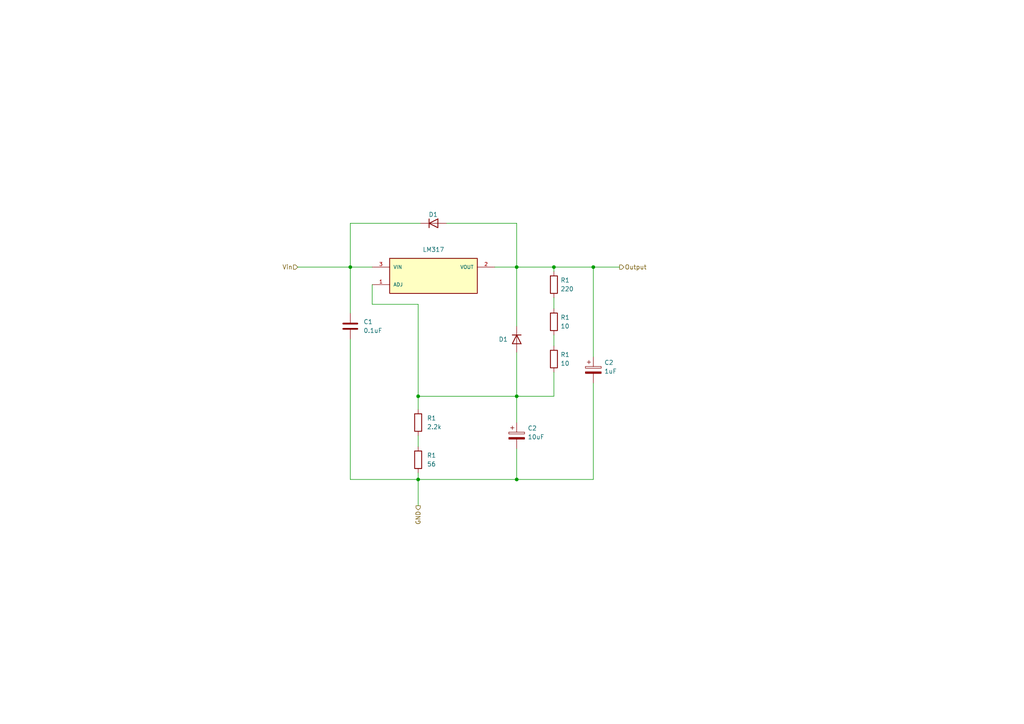
<source format=kicad_sch>
(kicad_sch (version 20230121) (generator eeschema)
  (paper "A4")
  (title_block (title "Voltage Regulator") (date "2023-12-04") (rev "3") (company "LAMP Lab") (comment 1 "Josue Cavazos Jr."))
  (lib_symbols
    (symbol "Device:C" (pin_numbers hide) (pin_names (offset 0.254))
      (property "Reference" "C" (at 0.635 2.54 0))
      (property "Value" "C" (at 0.635 -2.54 0))
      (symbol "C_0_1"
        (polyline (pts (xy -2.032 -0.762) (xy 2.032 -0.762)) (stroke (width 0.508)))
        (polyline (pts (xy -2.032 0.762) (xy 2.032 0.762)) (stroke (width 0.508)))
      )
      (symbol "C_1_1"
        (pin passive line (at 0 3.81 270) (length 2.794) (name "~") (number "1"))
        (pin passive line (at 0 -3.81 90) (length 2.794) (name "~") (number "2"))
      )
    )
    (symbol "Device:C_Polarized" (pin_numbers hide) (pin_names (offset 0.254))
      (property "Reference" "C" (at 0.635 2.54 0))
      (property "Value" "C_Polarized" (at 0.635 -2.54 0))
      (symbol "C_Polarized_0_1"
        (rectangle (start -2.286 0.508) (end 2.286 1.016))
        (polyline (pts (xy -1.778 2.286) (xy -0.762 2.286)))
        (polyline (pts (xy -1.27 2.794) (xy -1.27 1.778)))
        (rectangle (start 2.286 -0.508) (end -2.286 -1.016) (fill (type outline)))
      )
      (symbol "C_Polarized_1_1"
        (pin passive line (at 0 3.81 270) (length 2.794) (name "~") (number "1"))
        (pin passive line (at 0 -3.81 90) (length 2.794) (name "~") (number "2"))
      )
    )
    (symbol "Device:R" (pin_numbers hide) (pin_names (offset 0))
      (property "Reference" "R" (at 2.032 0 90))
      (property "Value" "R" (at 0 0 90))
      (symbol "R_0_1"
        (rectangle (start -1.016 -2.54) (end 1.016 2.54) (stroke (width 0.254)))
      )
      (symbol "R_1_1"
        (pin passive line (at 0 3.81 270) (length 1.27) (name "~") (number "1"))
        (pin passive line (at 0 -3.81 90) (length 1.27) (name "~") (number "2"))
      )
    )
    (symbol "Diode:1N4001" (pin_numbers hide) (pin_names hide)
      (property "Reference" "D" (at 0 2.54 0))
      (property "Value" "1N4001" (at 0 -2.54 0))
      (symbol "1N4001_0_1"
        (polyline (pts (xy -1.27 1.27) (xy -1.27 -1.27)) (stroke (width 0.254)))
        (polyline (pts (xy 1.27 0) (xy -1.27 0)))
        (polyline (pts (xy 1.27 1.27) (xy 1.27 -1.27) (xy -1.27 0) (xy 1.27 1.27)) (stroke (width 0.254)))
      )
      (symbol "1N4001_1_1"
        (pin passive line (at -3.81 0 0) (length 2.54) (name "K") (number "1"))
        (pin passive line (at 3.81 0 180) (length 2.54) (name "A") (number "2"))
      )
    )
    (symbol "LM317THT:LM317T_NOPB" (pin_names (offset 1.016))
      (property "Reference" "VR" (at -12.7 5.842 0))
      (property "Value" "LM317T_NOPB" (at -12.7 -5.842 0))
      (symbol "LM317T_NOPB_0_0"
        (rectangle (start -12.7 -5.08) (end 12.7 5.08) (stroke (width 0.254)) (fill (type background)))
        (pin passive line (at -17.78 -2.54 0) (length 5.08) (name "ADJ") (number "1"))
        (pin output line (at 17.78 2.54 180) (length 5.08) (name "VOUT") (number "2"))
        (pin input line (at -17.78 2.54 0) (length 5.08) (name "VIN") (number "3"))
      )
    )
  )
  (junction (at 149.86 77.47))
  (junction (at 121.285 139.065))
  (junction (at 101.6 77.47))
  (junction (at 172.085 77.47))
  (junction (at 121.285 114.935))
  (junction (at 149.86 139.065))
  (junction (at 160.655 77.47))
  (junction (at 149.86 114.935))
  (wire (pts (xy 160.655 114.935) (xy 149.86 114.935)))
  (wire (pts (xy 121.285 114.935) (xy 149.86 114.935)))
  (wire (pts (xy 172.085 139.065) (xy 149.86 139.065)))
  (wire (pts (xy 101.6 64.77) (xy 101.6 77.47)))
  (wire (pts (xy 101.6 77.47) (xy 107.95 77.47)))
  (wire (pts (xy 107.95 82.55) (xy 107.95 88.265)))
  (wire (pts (xy 160.655 77.47) (xy 172.085 77.47)))
  (wire (pts (xy 121.285 126.365) (xy 121.285 129.54)))
  (wire (pts (xy 101.6 77.47) (xy 101.6 90.805)))
  (wire (pts (xy 179.705 77.47) (xy 172.085 77.47)))
  (wire (pts (xy 149.86 77.47) (xy 149.86 94.615)))
  (wire (pts (xy 107.95 88.265) (xy 121.285 88.265)))
  (wire (pts (xy 149.86 139.065) (xy 149.86 130.175)))
  (wire (pts (xy 160.655 107.95) (xy 160.655 114.935)))
  (wire (pts (xy 101.6 98.425) (xy 101.6 139.065)))
  (wire (pts (xy 121.285 118.745) (xy 121.285 114.935)))
  (wire (pts (xy 149.86 102.235) (xy 149.86 114.935)))
  (wire (pts (xy 86.36 77.47) (xy 101.6 77.47)))
  (wire (pts (xy 121.285 137.16) (xy 121.285 139.065)))
  (wire (pts (xy 160.655 86.36) (xy 160.655 89.535)))
  (wire (pts (xy 160.655 97.155) (xy 160.655 100.33)))
  (wire (pts (xy 149.86 77.47) (xy 143.51 77.47)))
  (wire (pts (xy 121.285 139.065) (xy 149.86 139.065)))
  (wire (pts (xy 172.085 111.125) (xy 172.085 139.065)))
  (wire (pts (xy 121.92 64.77) (xy 101.6 64.77)))
  (wire (pts (xy 172.085 77.47) (xy 172.085 103.505)))
  (wire (pts (xy 121.285 139.065) (xy 121.285 146.685)))
  (wire (pts (xy 129.54 64.77) (xy 149.86 64.77)))
  (wire (pts (xy 101.6 139.065) (xy 121.285 139.065)))
  (wire (pts (xy 121.285 88.265) (xy 121.285 114.935)))
  (wire (pts (xy 149.86 114.935) (xy 149.86 122.555)))
  (wire (pts (xy 149.86 64.77) (xy 149.86 77.47)))
  (wire (pts (xy 149.86 77.47) (xy 160.655 77.47)))
  (wire (pts (xy 160.655 77.47) (xy 160.655 78.74)))
  (hierarchical_label "GND" (shape output) (at 121.285 146.685 270))
  (hierarchical_label "Output" (shape output) (at 179.705 77.47 0))
  (hierarchical_label "Vin" (shape input) (at 86.36 77.47 180))
  (symbol (lib_id "Device:C_Polarized") (at 172.085 107.315 0) (unit 1)
    (property "Reference" "C2" (at 175.26 105.156 0) (effects (justify left)))
    (property "Value" "1uF" (at 175.26 107.696 0) (effects (justify left)))
    (property "Footprint" "Capacitor_THT:CP_Radial_D5.0mm_P2.00mm" (effects hide))
    (instances (project "Voltage Measurement Shield MIII" (path "" (reference "C2") (unit 1)) (path "" (reference "C5") (unit 1))))
  )
  (symbol (lib_id "Device:R") (at 160.655 93.345 180) (unit 1)
    (property "Reference" "R1" (at 162.56 92.075 0) (effects (justify right)))
    (property "Value" "10" (at 162.56 94.615 0) (effects (justify right)))
    (property "Footprint" "Resistor_THT:R_Axial_DIN0207_L6.3mm_D2.5mm_P10.16mm_Horizontal" (effects hide))
    (instances (project "Voltage Measurement Shield MIII" (path "" (reference "R1") (unit 1)) (path "" (reference "R3") (unit 1))))
  )
  (symbol (lib_id "LM317THT:LM317T_NOPB") (at 125.73 80.01 0) (unit 1)
    (property "Reference" "LM317" (at 125.73 72.39 0))
    (property "Value" "LM317T_NOPB" (effects hide))
    (property "Footprint" "LM317THT:TO254P1054X470X1955-3" (effects hide))
    (property "MF" "Texas Instruments" (effects hide))
    (property "MAXIMUM_PACKAGE_HEIGHT" "19.55mm" (effects hide))
    (property "Package" "TO-220-3 Texas Instruments" (effects hide))
    (property "Price" "None" (effects hide))
    (property "Check_prices" "https://www.snapeda.com/parts/LM317T/NOPB/Texas+Instruments/view-part/?ref=eda" (effects hide))
    (property "STANDARD" "IPC-7351B" (effects hide))
    (property "PARTREV" "Q" (effects hide))
    (property "SnapEDA_Link" "https://www.snapeda.com/parts/LM317T/NOPB/Texas+Instruments/view-part/?ref=snap" (effects hide))
    (property "SNAPEDA_PACKAGE_ID" "102750" (effects hide))
    (property "MP" "LM317T/NOPB" (effects hide))
    (property "Purchase-URL" "https://www.snapeda.com/api/url_track_click_mouser/?unipart_id=358009&manufacturer=Texas Instruments&part_name=LM317T/NOPB&search_term=None" (effects hide))
    (property "Description" "\n1.5-A, 40-V, adjustable linear voltage regulator\n" (effects hide))
    (property "Availability" "In Stock" (effects hide))
    (property "MANUFACTURER" "Texas Instruments" (effects hide))
  )
  (symbol (lib_id "Device:R") (at 160.655 82.55 180) (unit 1)
    (property "Reference" "R1" (at 162.56 81.28 0) (effects (justify right)))
    (property "Value" "220" (at 162.56 83.82 0) (effects (justify right)))
    (property "Footprint" "Resistor_THT:R_Axial_DIN0207_L6.3mm_D2.5mm_P10.16mm_Horizontal" (effects hide))
    (instances (project "Voltage Measurement Shield MIII" (path "" (reference "R1") (unit 1)) (path "" (reference "R2") (unit 1))))
  )
  (symbol (lib_id "Diode:1N4001") (at 149.86 98.425 270) (unit 1)
    (property "Reference" "D1" (at 147.32 98.425 90) (effects (justify right)))
    (property "Value" "1N4001" (effects hide))
    (property "Footprint" "Diode_THT:D_DO-41_SOD81_P10.16mm_Horizontal" (effects hide))
    (property "Datasheet" "http://www.vishay.com/docs/88503/1n4001.pdf" (effects hide))
    (property "Sim.Device" "D" (effects hide))
    (property "Sim.Pins" "1=K 2=A" (effects hide))
    (instances (project "Voltage Measurement Shield MIII" (path "" (reference "D1") (unit 1)) (path "" (reference "D4") (unit 1))))
  )
  (symbol (lib_id "Device:C_Polarized") (at 149.86 126.365 0) (unit 1)
    (property "Reference" "C2" (at 153.035 124.206 0) (effects (justify left)))
    (property "Value" "10uF" (at 153.035 126.746 0) (effects (justify left)))
    (property "Footprint" "Capacitor_THT:CP_Radial_D5.0mm_P2.00mm" (effects hide))
    (instances (project "Voltage Measurement Shield MIII" (path "" (reference "C2") (unit 1)) (path "" (reference "C4") (unit 1))))
  )
  (symbol (lib_id "Device:R") (at 121.285 133.35 180) (unit 1)
    (property "Reference" "R1" (at 123.825 132.08 0) (effects (justify right)))
    (property "Value" "56" (at 123.825 134.62 0) (effects (justify right)))
    (property "Footprint" "Resistor_THT:R_Axial_DIN0207_L6.3mm_D2.5mm_P10.16mm_Horizontal" (effects hide))
    (instances (project "Voltage Measurement Shield MIII" (path "" (reference "R1") (unit 1)) (path "" (reference "R6") (unit 1))))
  )
  (symbol (lib_id "Diode:1N4001") (at 125.73 64.77 0) (unit 1)
    (property "Reference" "D1" (at 127 62.23 0) (effects (justify right)))
    (property "Value" "1N4001" (effects hide))
    (property "Footprint" "Diode_THT:D_DO-41_SOD81_P10.16mm_Horizontal" (effects hide))
    (property "Datasheet" "http://www.vishay.com/docs/88503/1n4001.pdf" (effects hide))
    (property "Sim.Device" "D" (effects hide))
    (property "Sim.Pins" "1=K 2=A" (effects hide))
    (instances (project "Voltage Measurement Shield MIII" (path "" (reference "D1") (unit 1)) (path "" (reference "D3") (unit 1))))
  )
  (symbol (lib_id "Device:R") (at 121.285 122.555 180) (unit 1)
    (property "Reference" "R1" (at 123.825 121.285 0) (effects (justify right)))
    (property "Value" "2.2k" (at 123.825 123.825 0) (effects (justify right)))
    (property "Footprint" "Resistor_THT:R_Axial_DIN0207_L6.3mm_D2.5mm_P10.16mm_Horizontal" (effects hide))
    (instances (project "Voltage Measurement Shield MIII" (path "" (reference "R1") (unit 1)) (path "" (reference "R5") (unit 1))))
  )
  (symbol (lib_id "Device:R") (at 160.655 104.14 180) (unit 1)
    (property "Reference" "R1" (at 162.56 102.87 0) (effects (justify right)))
    (property "Value" "10" (at 162.56 105.41 0) (effects (justify right)))
    (property "Footprint" "Resistor_THT:R_Axial_DIN0207_L6.3mm_D2.5mm_P10.16mm_Horizontal" (effects hide))
    (instances (project "Voltage Measurement Shield MIII" (path "" (reference "R1") (unit 1)) (path "" (reference "R4") (unit 1))))
  )
  (symbol (lib_id "Device:C") (at 101.6 94.615 180) (unit 1)
    (property "Reference" "C1" (at 105.41 93.345 0) (effects (justify right)))
    (property "Value" "0.1uF" (at 105.41 95.885 0) (effects (justify right)))
    (property "Footprint" "Capacitor_THT:C_Disc_D3.4mm_W2.1mm_P2.50mm" (effects hide))
    (instances (project "Voltage Measurement Shield MIII" (path "" (reference "C1") (unit 1)) (path "" (reference "C6") (unit 1))))
  )
)
</source>
